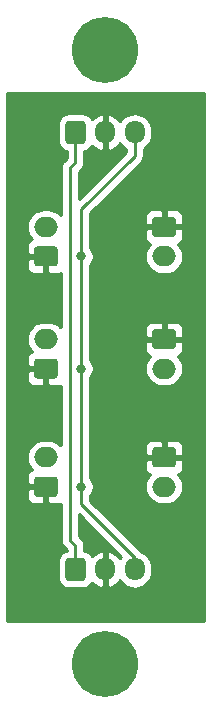
<source format=gbl>
G04 #@! TF.GenerationSoftware,KiCad,Pcbnew,5.1.9+dfsg1-1*
G04 #@! TF.CreationDate,2022-08-24T11:43:39+09:00*
G04 #@! TF.ProjectId,direct-pt1000-stick,64697265-6374-42d7-9074-313030302d73,rev?*
G04 #@! TF.SameCoordinates,Original*
G04 #@! TF.FileFunction,Copper,L2,Bot*
G04 #@! TF.FilePolarity,Positive*
%FSLAX46Y46*%
G04 Gerber Fmt 4.6, Leading zero omitted, Abs format (unit mm)*
G04 Created by KiCad (PCBNEW 5.1.9+dfsg1-1) date 2022-08-24 11:43:39*
%MOMM*%
%LPD*%
G01*
G04 APERTURE LIST*
G04 #@! TA.AperFunction,ComponentPad*
%ADD10O,1.700000X1.950000*%
G04 #@! TD*
G04 #@! TA.AperFunction,ComponentPad*
%ADD11O,2.000000X1.700000*%
G04 #@! TD*
G04 #@! TA.AperFunction,ComponentPad*
%ADD12C,5.600000*%
G04 #@! TD*
G04 #@! TA.AperFunction,ViaPad*
%ADD13C,0.800000*%
G04 #@! TD*
G04 #@! TA.AperFunction,Conductor*
%ADD14C,0.250000*%
G04 #@! TD*
G04 #@! TA.AperFunction,Conductor*
%ADD15C,0.254000*%
G04 #@! TD*
G04 #@! TA.AperFunction,Conductor*
%ADD16C,0.100000*%
G04 #@! TD*
G04 APERTURE END LIST*
G04 #@! TA.AperFunction,ComponentPad*
G36*
G01*
X106650000Y-61725000D02*
X106650000Y-60275000D01*
G75*
G02*
X106900000Y-60025000I250000J0D01*
G01*
X108100000Y-60025000D01*
G75*
G02*
X108350000Y-60275000I0J-250000D01*
G01*
X108350000Y-61725000D01*
G75*
G02*
X108100000Y-61975000I-250000J0D01*
G01*
X106900000Y-61975000D01*
G75*
G02*
X106650000Y-61725000I0J250000D01*
G01*
G37*
G04 #@! TD.AperFunction*
D10*
X110000000Y-61000000D03*
X112500000Y-61000000D03*
X112500000Y-98000000D03*
X110000000Y-98000000D03*
G04 #@! TA.AperFunction,ComponentPad*
G36*
G01*
X106650000Y-98725000D02*
X106650000Y-97275000D01*
G75*
G02*
X106900000Y-97025000I250000J0D01*
G01*
X108100000Y-97025000D01*
G75*
G02*
X108350000Y-97275000I0J-250000D01*
G01*
X108350000Y-98725000D01*
G75*
G02*
X108100000Y-98975000I-250000J0D01*
G01*
X106900000Y-98975000D01*
G75*
G02*
X106650000Y-98725000I0J250000D01*
G01*
G37*
G04 #@! TD.AperFunction*
G04 #@! TA.AperFunction,ComponentPad*
G36*
G01*
X114250000Y-87650000D02*
X115750000Y-87650000D01*
G75*
G02*
X116000000Y-87900000I0J-250000D01*
G01*
X116000000Y-89100000D01*
G75*
G02*
X115750000Y-89350000I-250000J0D01*
G01*
X114250000Y-89350000D01*
G75*
G02*
X114000000Y-89100000I0J250000D01*
G01*
X114000000Y-87900000D01*
G75*
G02*
X114250000Y-87650000I250000J0D01*
G01*
G37*
G04 #@! TD.AperFunction*
D11*
X115000000Y-91000000D03*
X105000000Y-88500000D03*
G04 #@! TA.AperFunction,ComponentPad*
G36*
G01*
X105750000Y-91850000D02*
X104250000Y-91850000D01*
G75*
G02*
X104000000Y-91600000I0J250000D01*
G01*
X104000000Y-90400000D01*
G75*
G02*
X104250000Y-90150000I250000J0D01*
G01*
X105750000Y-90150000D01*
G75*
G02*
X106000000Y-90400000I0J-250000D01*
G01*
X106000000Y-91600000D01*
G75*
G02*
X105750000Y-91850000I-250000J0D01*
G01*
G37*
G04 #@! TD.AperFunction*
G04 #@! TA.AperFunction,ComponentPad*
G36*
G01*
X105750000Y-81850000D02*
X104250000Y-81850000D01*
G75*
G02*
X104000000Y-81600000I0J250000D01*
G01*
X104000000Y-80400000D01*
G75*
G02*
X104250000Y-80150000I250000J0D01*
G01*
X105750000Y-80150000D01*
G75*
G02*
X106000000Y-80400000I0J-250000D01*
G01*
X106000000Y-81600000D01*
G75*
G02*
X105750000Y-81850000I-250000J0D01*
G01*
G37*
G04 #@! TD.AperFunction*
X105000000Y-78500000D03*
X115000000Y-81000000D03*
G04 #@! TA.AperFunction,ComponentPad*
G36*
G01*
X114250000Y-77650000D02*
X115750000Y-77650000D01*
G75*
G02*
X116000000Y-77900000I0J-250000D01*
G01*
X116000000Y-79100000D01*
G75*
G02*
X115750000Y-79350000I-250000J0D01*
G01*
X114250000Y-79350000D01*
G75*
G02*
X114000000Y-79100000I0J250000D01*
G01*
X114000000Y-77900000D01*
G75*
G02*
X114250000Y-77650000I250000J0D01*
G01*
G37*
G04 #@! TD.AperFunction*
G04 #@! TA.AperFunction,ComponentPad*
G36*
G01*
X114250000Y-68150000D02*
X115750000Y-68150000D01*
G75*
G02*
X116000000Y-68400000I0J-250000D01*
G01*
X116000000Y-69600000D01*
G75*
G02*
X115750000Y-69850000I-250000J0D01*
G01*
X114250000Y-69850000D01*
G75*
G02*
X114000000Y-69600000I0J250000D01*
G01*
X114000000Y-68400000D01*
G75*
G02*
X114250000Y-68150000I250000J0D01*
G01*
G37*
G04 #@! TD.AperFunction*
X115000000Y-71500000D03*
X105000000Y-69000000D03*
G04 #@! TA.AperFunction,ComponentPad*
G36*
G01*
X105750000Y-72350000D02*
X104250000Y-72350000D01*
G75*
G02*
X104000000Y-72100000I0J250000D01*
G01*
X104000000Y-70900000D01*
G75*
G02*
X104250000Y-70650000I250000J0D01*
G01*
X105750000Y-70650000D01*
G75*
G02*
X106000000Y-70900000I0J-250000D01*
G01*
X106000000Y-72100000D01*
G75*
G02*
X105750000Y-72350000I-250000J0D01*
G01*
G37*
G04 #@! TD.AperFunction*
D12*
X110000000Y-54000000D03*
X110000000Y-106000000D03*
D13*
X108000000Y-91000000D03*
X108000000Y-81000000D03*
X108000000Y-71500000D03*
D14*
X107500000Y-98000000D02*
X107500000Y-96000000D01*
X107500000Y-96000000D02*
X107000000Y-95500000D01*
X107000000Y-95500000D02*
X107000000Y-64000000D01*
X107500000Y-63500000D02*
X107500000Y-61000000D01*
X107000000Y-64000000D02*
X107500000Y-63500000D01*
X112500000Y-98000000D02*
X112500000Y-97000000D01*
X108000000Y-92500000D02*
X108000000Y-91000000D01*
X112500000Y-97000000D02*
X108000000Y-92500000D01*
X108000000Y-91000000D02*
X108000000Y-81000000D01*
X108000000Y-81000000D02*
X108000000Y-71500000D01*
X108000000Y-71500000D02*
X108000000Y-67500000D01*
X112500000Y-63000000D02*
X112500000Y-61000000D01*
X108000000Y-67500000D02*
X112500000Y-63000000D01*
D15*
X118340001Y-102373000D02*
X101660000Y-102373000D01*
X101660000Y-91850000D01*
X103361928Y-91850000D01*
X103374188Y-91974482D01*
X103410498Y-92094180D01*
X103469463Y-92204494D01*
X103548815Y-92301185D01*
X103645506Y-92380537D01*
X103755820Y-92439502D01*
X103875518Y-92475812D01*
X104000000Y-92488072D01*
X104714250Y-92485000D01*
X104873000Y-92326250D01*
X104873000Y-91127000D01*
X103523750Y-91127000D01*
X103365000Y-91285750D01*
X103361928Y-91850000D01*
X101660000Y-91850000D01*
X101660000Y-81850000D01*
X103361928Y-81850000D01*
X103374188Y-81974482D01*
X103410498Y-82094180D01*
X103469463Y-82204494D01*
X103548815Y-82301185D01*
X103645506Y-82380537D01*
X103755820Y-82439502D01*
X103875518Y-82475812D01*
X104000000Y-82488072D01*
X104714250Y-82485000D01*
X104873000Y-82326250D01*
X104873000Y-81127000D01*
X103523750Y-81127000D01*
X103365000Y-81285750D01*
X103361928Y-81850000D01*
X101660000Y-81850000D01*
X101660000Y-72350000D01*
X103361928Y-72350000D01*
X103374188Y-72474482D01*
X103410498Y-72594180D01*
X103469463Y-72704494D01*
X103548815Y-72801185D01*
X103645506Y-72880537D01*
X103755820Y-72939502D01*
X103875518Y-72975812D01*
X104000000Y-72988072D01*
X104714250Y-72985000D01*
X104873000Y-72826250D01*
X104873000Y-71627000D01*
X103523750Y-71627000D01*
X103365000Y-71785750D01*
X103361928Y-72350000D01*
X101660000Y-72350000D01*
X101660000Y-69000000D01*
X103357815Y-69000000D01*
X103386487Y-69291111D01*
X103471401Y-69571034D01*
X103609294Y-69829014D01*
X103790608Y-70049945D01*
X103755820Y-70060498D01*
X103645506Y-70119463D01*
X103548815Y-70198815D01*
X103469463Y-70295506D01*
X103410498Y-70405820D01*
X103374188Y-70525518D01*
X103361928Y-70650000D01*
X103365000Y-71214250D01*
X103523750Y-71373000D01*
X104873000Y-71373000D01*
X104873000Y-71353000D01*
X105127000Y-71353000D01*
X105127000Y-71373000D01*
X105147000Y-71373000D01*
X105147000Y-71627000D01*
X105127000Y-71627000D01*
X105127000Y-72826250D01*
X105285750Y-72985000D01*
X106000000Y-72988072D01*
X106124482Y-72975812D01*
X106240001Y-72940770D01*
X106240001Y-77487351D01*
X106205134Y-77444866D01*
X105979014Y-77259294D01*
X105721034Y-77121401D01*
X105441111Y-77036487D01*
X105222950Y-77015000D01*
X104777050Y-77015000D01*
X104558889Y-77036487D01*
X104278966Y-77121401D01*
X104020986Y-77259294D01*
X103794866Y-77444866D01*
X103609294Y-77670986D01*
X103471401Y-77928966D01*
X103386487Y-78208889D01*
X103357815Y-78500000D01*
X103386487Y-78791111D01*
X103471401Y-79071034D01*
X103609294Y-79329014D01*
X103790608Y-79549945D01*
X103755820Y-79560498D01*
X103645506Y-79619463D01*
X103548815Y-79698815D01*
X103469463Y-79795506D01*
X103410498Y-79905820D01*
X103374188Y-80025518D01*
X103361928Y-80150000D01*
X103365000Y-80714250D01*
X103523750Y-80873000D01*
X104873000Y-80873000D01*
X104873000Y-80853000D01*
X105127000Y-80853000D01*
X105127000Y-80873000D01*
X105147000Y-80873000D01*
X105147000Y-81127000D01*
X105127000Y-81127000D01*
X105127000Y-82326250D01*
X105285750Y-82485000D01*
X106000000Y-82488072D01*
X106124482Y-82475812D01*
X106240000Y-82440770D01*
X106240000Y-87487351D01*
X106205134Y-87444866D01*
X105979014Y-87259294D01*
X105721034Y-87121401D01*
X105441111Y-87036487D01*
X105222950Y-87015000D01*
X104777050Y-87015000D01*
X104558889Y-87036487D01*
X104278966Y-87121401D01*
X104020986Y-87259294D01*
X103794866Y-87444866D01*
X103609294Y-87670986D01*
X103471401Y-87928966D01*
X103386487Y-88208889D01*
X103357815Y-88500000D01*
X103386487Y-88791111D01*
X103471401Y-89071034D01*
X103609294Y-89329014D01*
X103790608Y-89549945D01*
X103755820Y-89560498D01*
X103645506Y-89619463D01*
X103548815Y-89698815D01*
X103469463Y-89795506D01*
X103410498Y-89905820D01*
X103374188Y-90025518D01*
X103361928Y-90150000D01*
X103365000Y-90714250D01*
X103523750Y-90873000D01*
X104873000Y-90873000D01*
X104873000Y-90853000D01*
X105127000Y-90853000D01*
X105127000Y-90873000D01*
X105147000Y-90873000D01*
X105147000Y-91127000D01*
X105127000Y-91127000D01*
X105127000Y-92326250D01*
X105285750Y-92485000D01*
X106000000Y-92488072D01*
X106124482Y-92475812D01*
X106240000Y-92440770D01*
X106240000Y-95462678D01*
X106236324Y-95500000D01*
X106240000Y-95537322D01*
X106240000Y-95537332D01*
X106250997Y-95648985D01*
X106268824Y-95707753D01*
X106294454Y-95792246D01*
X106365026Y-95924276D01*
X106396533Y-95962667D01*
X106459999Y-96040001D01*
X106489003Y-96063804D01*
X106740001Y-96314802D01*
X106740001Y-96402687D01*
X106726746Y-96403992D01*
X106560150Y-96454528D01*
X106406614Y-96536595D01*
X106272038Y-96647038D01*
X106161595Y-96781614D01*
X106079528Y-96935150D01*
X106028992Y-97101746D01*
X106011928Y-97275000D01*
X106011928Y-98725000D01*
X106028992Y-98898254D01*
X106079528Y-99064850D01*
X106161595Y-99218386D01*
X106272038Y-99352962D01*
X106406614Y-99463405D01*
X106560150Y-99545472D01*
X106726746Y-99596008D01*
X106900000Y-99613072D01*
X108100000Y-99613072D01*
X108273254Y-99596008D01*
X108439850Y-99545472D01*
X108593386Y-99463405D01*
X108727962Y-99352962D01*
X108838405Y-99218386D01*
X108894714Y-99113039D01*
X108910951Y-99134429D01*
X109128807Y-99327496D01*
X109380142Y-99474352D01*
X109643110Y-99566476D01*
X109873000Y-99445155D01*
X109873000Y-98127000D01*
X109853000Y-98127000D01*
X109853000Y-97873000D01*
X109873000Y-97873000D01*
X109873000Y-96554845D01*
X109643110Y-96433524D01*
X109380142Y-96525648D01*
X109128807Y-96672504D01*
X108910951Y-96865571D01*
X108894714Y-96886961D01*
X108838405Y-96781614D01*
X108727962Y-96647038D01*
X108593386Y-96536595D01*
X108439850Y-96454528D01*
X108273254Y-96403992D01*
X108260000Y-96402687D01*
X108260000Y-96037325D01*
X108263676Y-96000000D01*
X108260000Y-95962675D01*
X108260000Y-95962667D01*
X108249003Y-95851014D01*
X108205546Y-95707753D01*
X108134974Y-95575724D01*
X108040001Y-95459999D01*
X108010997Y-95436196D01*
X107760000Y-95185199D01*
X107760000Y-93334801D01*
X111354805Y-96929607D01*
X111259294Y-97045987D01*
X111245538Y-97071722D01*
X111089049Y-96865571D01*
X110871193Y-96672504D01*
X110619858Y-96525648D01*
X110356890Y-96433524D01*
X110127000Y-96554845D01*
X110127000Y-97873000D01*
X110147000Y-97873000D01*
X110147000Y-98127000D01*
X110127000Y-98127000D01*
X110127000Y-99445155D01*
X110356890Y-99566476D01*
X110619858Y-99474352D01*
X110871193Y-99327496D01*
X111089049Y-99134429D01*
X111245538Y-98928278D01*
X111259294Y-98954014D01*
X111444866Y-99180134D01*
X111670987Y-99365706D01*
X111928967Y-99503599D01*
X112208890Y-99588513D01*
X112500000Y-99617185D01*
X112791111Y-99588513D01*
X113071034Y-99503599D01*
X113329014Y-99365706D01*
X113555134Y-99180134D01*
X113740706Y-98954014D01*
X113878599Y-98696033D01*
X113963513Y-98416110D01*
X113985000Y-98197949D01*
X113985000Y-97802050D01*
X113963513Y-97583889D01*
X113878599Y-97303966D01*
X113740706Y-97045986D01*
X113555134Y-96819866D01*
X113329013Y-96634294D01*
X113071033Y-96496401D01*
X113069492Y-96495933D01*
X113063799Y-96488997D01*
X113040001Y-96459999D01*
X113011003Y-96436201D01*
X108760000Y-92185199D01*
X108760000Y-91703711D01*
X108803937Y-91659774D01*
X108917205Y-91490256D01*
X108995226Y-91301898D01*
X109035000Y-91101939D01*
X109035000Y-91000000D01*
X113357815Y-91000000D01*
X113386487Y-91291111D01*
X113471401Y-91571034D01*
X113609294Y-91829014D01*
X113794866Y-92055134D01*
X114020986Y-92240706D01*
X114278966Y-92378599D01*
X114558889Y-92463513D01*
X114777050Y-92485000D01*
X115222950Y-92485000D01*
X115441111Y-92463513D01*
X115721034Y-92378599D01*
X115979014Y-92240706D01*
X116205134Y-92055134D01*
X116390706Y-91829014D01*
X116528599Y-91571034D01*
X116613513Y-91291111D01*
X116642185Y-91000000D01*
X116613513Y-90708889D01*
X116528599Y-90428966D01*
X116390706Y-90170986D01*
X116209392Y-89950055D01*
X116244180Y-89939502D01*
X116354494Y-89880537D01*
X116451185Y-89801185D01*
X116530537Y-89704494D01*
X116589502Y-89594180D01*
X116625812Y-89474482D01*
X116638072Y-89350000D01*
X116635000Y-88785750D01*
X116476250Y-88627000D01*
X115127000Y-88627000D01*
X115127000Y-88647000D01*
X114873000Y-88647000D01*
X114873000Y-88627000D01*
X113523750Y-88627000D01*
X113365000Y-88785750D01*
X113361928Y-89350000D01*
X113374188Y-89474482D01*
X113410498Y-89594180D01*
X113469463Y-89704494D01*
X113548815Y-89801185D01*
X113645506Y-89880537D01*
X113755820Y-89939502D01*
X113790608Y-89950055D01*
X113609294Y-90170986D01*
X113471401Y-90428966D01*
X113386487Y-90708889D01*
X113357815Y-91000000D01*
X109035000Y-91000000D01*
X109035000Y-90898061D01*
X108995226Y-90698102D01*
X108917205Y-90509744D01*
X108803937Y-90340226D01*
X108760000Y-90296289D01*
X108760000Y-87650000D01*
X113361928Y-87650000D01*
X113365000Y-88214250D01*
X113523750Y-88373000D01*
X114873000Y-88373000D01*
X114873000Y-87173750D01*
X115127000Y-87173750D01*
X115127000Y-88373000D01*
X116476250Y-88373000D01*
X116635000Y-88214250D01*
X116638072Y-87650000D01*
X116625812Y-87525518D01*
X116589502Y-87405820D01*
X116530537Y-87295506D01*
X116451185Y-87198815D01*
X116354494Y-87119463D01*
X116244180Y-87060498D01*
X116124482Y-87024188D01*
X116000000Y-87011928D01*
X115285750Y-87015000D01*
X115127000Y-87173750D01*
X114873000Y-87173750D01*
X114714250Y-87015000D01*
X114000000Y-87011928D01*
X113875518Y-87024188D01*
X113755820Y-87060498D01*
X113645506Y-87119463D01*
X113548815Y-87198815D01*
X113469463Y-87295506D01*
X113410498Y-87405820D01*
X113374188Y-87525518D01*
X113361928Y-87650000D01*
X108760000Y-87650000D01*
X108760000Y-81703711D01*
X108803937Y-81659774D01*
X108917205Y-81490256D01*
X108995226Y-81301898D01*
X109035000Y-81101939D01*
X109035000Y-81000000D01*
X113357815Y-81000000D01*
X113386487Y-81291111D01*
X113471401Y-81571034D01*
X113609294Y-81829014D01*
X113794866Y-82055134D01*
X114020986Y-82240706D01*
X114278966Y-82378599D01*
X114558889Y-82463513D01*
X114777050Y-82485000D01*
X115222950Y-82485000D01*
X115441111Y-82463513D01*
X115721034Y-82378599D01*
X115979014Y-82240706D01*
X116205134Y-82055134D01*
X116390706Y-81829014D01*
X116528599Y-81571034D01*
X116613513Y-81291111D01*
X116642185Y-81000000D01*
X116613513Y-80708889D01*
X116528599Y-80428966D01*
X116390706Y-80170986D01*
X116209392Y-79950055D01*
X116244180Y-79939502D01*
X116354494Y-79880537D01*
X116451185Y-79801185D01*
X116530537Y-79704494D01*
X116589502Y-79594180D01*
X116625812Y-79474482D01*
X116638072Y-79350000D01*
X116635000Y-78785750D01*
X116476250Y-78627000D01*
X115127000Y-78627000D01*
X115127000Y-78647000D01*
X114873000Y-78647000D01*
X114873000Y-78627000D01*
X113523750Y-78627000D01*
X113365000Y-78785750D01*
X113361928Y-79350000D01*
X113374188Y-79474482D01*
X113410498Y-79594180D01*
X113469463Y-79704494D01*
X113548815Y-79801185D01*
X113645506Y-79880537D01*
X113755820Y-79939502D01*
X113790608Y-79950055D01*
X113609294Y-80170986D01*
X113471401Y-80428966D01*
X113386487Y-80708889D01*
X113357815Y-81000000D01*
X109035000Y-81000000D01*
X109035000Y-80898061D01*
X108995226Y-80698102D01*
X108917205Y-80509744D01*
X108803937Y-80340226D01*
X108760000Y-80296289D01*
X108760000Y-77650000D01*
X113361928Y-77650000D01*
X113365000Y-78214250D01*
X113523750Y-78373000D01*
X114873000Y-78373000D01*
X114873000Y-77173750D01*
X115127000Y-77173750D01*
X115127000Y-78373000D01*
X116476250Y-78373000D01*
X116635000Y-78214250D01*
X116638072Y-77650000D01*
X116625812Y-77525518D01*
X116589502Y-77405820D01*
X116530537Y-77295506D01*
X116451185Y-77198815D01*
X116354494Y-77119463D01*
X116244180Y-77060498D01*
X116124482Y-77024188D01*
X116000000Y-77011928D01*
X115285750Y-77015000D01*
X115127000Y-77173750D01*
X114873000Y-77173750D01*
X114714250Y-77015000D01*
X114000000Y-77011928D01*
X113875518Y-77024188D01*
X113755820Y-77060498D01*
X113645506Y-77119463D01*
X113548815Y-77198815D01*
X113469463Y-77295506D01*
X113410498Y-77405820D01*
X113374188Y-77525518D01*
X113361928Y-77650000D01*
X108760000Y-77650000D01*
X108760000Y-72203711D01*
X108803937Y-72159774D01*
X108917205Y-71990256D01*
X108995226Y-71801898D01*
X109035000Y-71601939D01*
X109035000Y-71500000D01*
X113357815Y-71500000D01*
X113386487Y-71791111D01*
X113471401Y-72071034D01*
X113609294Y-72329014D01*
X113794866Y-72555134D01*
X114020986Y-72740706D01*
X114278966Y-72878599D01*
X114558889Y-72963513D01*
X114777050Y-72985000D01*
X115222950Y-72985000D01*
X115441111Y-72963513D01*
X115721034Y-72878599D01*
X115979014Y-72740706D01*
X116205134Y-72555134D01*
X116390706Y-72329014D01*
X116528599Y-72071034D01*
X116613513Y-71791111D01*
X116642185Y-71500000D01*
X116613513Y-71208889D01*
X116528599Y-70928966D01*
X116390706Y-70670986D01*
X116209392Y-70450055D01*
X116244180Y-70439502D01*
X116354494Y-70380537D01*
X116451185Y-70301185D01*
X116530537Y-70204494D01*
X116589502Y-70094180D01*
X116625812Y-69974482D01*
X116638072Y-69850000D01*
X116635000Y-69285750D01*
X116476250Y-69127000D01*
X115127000Y-69127000D01*
X115127000Y-69147000D01*
X114873000Y-69147000D01*
X114873000Y-69127000D01*
X113523750Y-69127000D01*
X113365000Y-69285750D01*
X113361928Y-69850000D01*
X113374188Y-69974482D01*
X113410498Y-70094180D01*
X113469463Y-70204494D01*
X113548815Y-70301185D01*
X113645506Y-70380537D01*
X113755820Y-70439502D01*
X113790608Y-70450055D01*
X113609294Y-70670986D01*
X113471401Y-70928966D01*
X113386487Y-71208889D01*
X113357815Y-71500000D01*
X109035000Y-71500000D01*
X109035000Y-71398061D01*
X108995226Y-71198102D01*
X108917205Y-71009744D01*
X108803937Y-70840226D01*
X108760000Y-70796289D01*
X108760000Y-68150000D01*
X113361928Y-68150000D01*
X113365000Y-68714250D01*
X113523750Y-68873000D01*
X114873000Y-68873000D01*
X114873000Y-67673750D01*
X115127000Y-67673750D01*
X115127000Y-68873000D01*
X116476250Y-68873000D01*
X116635000Y-68714250D01*
X116638072Y-68150000D01*
X116625812Y-68025518D01*
X116589502Y-67905820D01*
X116530537Y-67795506D01*
X116451185Y-67698815D01*
X116354494Y-67619463D01*
X116244180Y-67560498D01*
X116124482Y-67524188D01*
X116000000Y-67511928D01*
X115285750Y-67515000D01*
X115127000Y-67673750D01*
X114873000Y-67673750D01*
X114714250Y-67515000D01*
X114000000Y-67511928D01*
X113875518Y-67524188D01*
X113755820Y-67560498D01*
X113645506Y-67619463D01*
X113548815Y-67698815D01*
X113469463Y-67795506D01*
X113410498Y-67905820D01*
X113374188Y-68025518D01*
X113361928Y-68150000D01*
X108760000Y-68150000D01*
X108760000Y-67814801D01*
X113011004Y-63563798D01*
X113040001Y-63540001D01*
X113105657Y-63459999D01*
X113134974Y-63424277D01*
X113205546Y-63292247D01*
X113231176Y-63207754D01*
X113249003Y-63148986D01*
X113260000Y-63037333D01*
X113260000Y-63037324D01*
X113263676Y-63000001D01*
X113260000Y-62962678D01*
X113260000Y-62402595D01*
X113329014Y-62365706D01*
X113555134Y-62180134D01*
X113740706Y-61954014D01*
X113878599Y-61696033D01*
X113963513Y-61416110D01*
X113985000Y-61197949D01*
X113985000Y-60802050D01*
X113963513Y-60583889D01*
X113878599Y-60303966D01*
X113740706Y-60045986D01*
X113555134Y-59819866D01*
X113329013Y-59634294D01*
X113071033Y-59496401D01*
X112791110Y-59411487D01*
X112500000Y-59382815D01*
X112208889Y-59411487D01*
X111928966Y-59496401D01*
X111670986Y-59634294D01*
X111444866Y-59819866D01*
X111259294Y-60045987D01*
X111245538Y-60071722D01*
X111089049Y-59865571D01*
X110871193Y-59672504D01*
X110619858Y-59525648D01*
X110356890Y-59433524D01*
X110127000Y-59554845D01*
X110127000Y-60873000D01*
X110147000Y-60873000D01*
X110147000Y-61127000D01*
X110127000Y-61127000D01*
X110127000Y-62445155D01*
X110356890Y-62566476D01*
X110619858Y-62474352D01*
X110871193Y-62327496D01*
X111089049Y-62134429D01*
X111245538Y-61928278D01*
X111259294Y-61954014D01*
X111444866Y-62180134D01*
X111670987Y-62365706D01*
X111740000Y-62402594D01*
X111740000Y-62685198D01*
X107760000Y-66665199D01*
X107760000Y-64314801D01*
X108010998Y-64063803D01*
X108040001Y-64040001D01*
X108134974Y-63924276D01*
X108205546Y-63792247D01*
X108249003Y-63648986D01*
X108260000Y-63537333D01*
X108260000Y-63537325D01*
X108263676Y-63500000D01*
X108260000Y-63462675D01*
X108260000Y-62597313D01*
X108273254Y-62596008D01*
X108439850Y-62545472D01*
X108593386Y-62463405D01*
X108727962Y-62352962D01*
X108838405Y-62218386D01*
X108894714Y-62113039D01*
X108910951Y-62134429D01*
X109128807Y-62327496D01*
X109380142Y-62474352D01*
X109643110Y-62566476D01*
X109873000Y-62445155D01*
X109873000Y-61127000D01*
X109853000Y-61127000D01*
X109853000Y-60873000D01*
X109873000Y-60873000D01*
X109873000Y-59554845D01*
X109643110Y-59433524D01*
X109380142Y-59525648D01*
X109128807Y-59672504D01*
X108910951Y-59865571D01*
X108894714Y-59886961D01*
X108838405Y-59781614D01*
X108727962Y-59647038D01*
X108593386Y-59536595D01*
X108439850Y-59454528D01*
X108273254Y-59403992D01*
X108100000Y-59386928D01*
X106900000Y-59386928D01*
X106726746Y-59403992D01*
X106560150Y-59454528D01*
X106406614Y-59536595D01*
X106272038Y-59647038D01*
X106161595Y-59781614D01*
X106079528Y-59935150D01*
X106028992Y-60101746D01*
X106011928Y-60275000D01*
X106011928Y-61725000D01*
X106028992Y-61898254D01*
X106079528Y-62064850D01*
X106161595Y-62218386D01*
X106272038Y-62352962D01*
X106406614Y-62463405D01*
X106560150Y-62545472D01*
X106726746Y-62596008D01*
X106740000Y-62597313D01*
X106740000Y-63185199D01*
X106488998Y-63436201D01*
X106460000Y-63459999D01*
X106436202Y-63488997D01*
X106436201Y-63488998D01*
X106365026Y-63575724D01*
X106294454Y-63707754D01*
X106250998Y-63851015D01*
X106236324Y-64000000D01*
X106240001Y-64037333D01*
X106240001Y-67987351D01*
X106205134Y-67944866D01*
X105979014Y-67759294D01*
X105721034Y-67621401D01*
X105441111Y-67536487D01*
X105222950Y-67515000D01*
X104777050Y-67515000D01*
X104558889Y-67536487D01*
X104278966Y-67621401D01*
X104020986Y-67759294D01*
X103794866Y-67944866D01*
X103609294Y-68170986D01*
X103471401Y-68428966D01*
X103386487Y-68708889D01*
X103357815Y-69000000D01*
X101660000Y-69000000D01*
X101660000Y-57627000D01*
X118340000Y-57627000D01*
X118340001Y-102373000D01*
G04 #@! TA.AperFunction,Conductor*
D16*
G36*
X118340001Y-102373000D02*
G01*
X101660000Y-102373000D01*
X101660000Y-91850000D01*
X103361928Y-91850000D01*
X103374188Y-91974482D01*
X103410498Y-92094180D01*
X103469463Y-92204494D01*
X103548815Y-92301185D01*
X103645506Y-92380537D01*
X103755820Y-92439502D01*
X103875518Y-92475812D01*
X104000000Y-92488072D01*
X104714250Y-92485000D01*
X104873000Y-92326250D01*
X104873000Y-91127000D01*
X103523750Y-91127000D01*
X103365000Y-91285750D01*
X103361928Y-91850000D01*
X101660000Y-91850000D01*
X101660000Y-81850000D01*
X103361928Y-81850000D01*
X103374188Y-81974482D01*
X103410498Y-82094180D01*
X103469463Y-82204494D01*
X103548815Y-82301185D01*
X103645506Y-82380537D01*
X103755820Y-82439502D01*
X103875518Y-82475812D01*
X104000000Y-82488072D01*
X104714250Y-82485000D01*
X104873000Y-82326250D01*
X104873000Y-81127000D01*
X103523750Y-81127000D01*
X103365000Y-81285750D01*
X103361928Y-81850000D01*
X101660000Y-81850000D01*
X101660000Y-72350000D01*
X103361928Y-72350000D01*
X103374188Y-72474482D01*
X103410498Y-72594180D01*
X103469463Y-72704494D01*
X103548815Y-72801185D01*
X103645506Y-72880537D01*
X103755820Y-72939502D01*
X103875518Y-72975812D01*
X104000000Y-72988072D01*
X104714250Y-72985000D01*
X104873000Y-72826250D01*
X104873000Y-71627000D01*
X103523750Y-71627000D01*
X103365000Y-71785750D01*
X103361928Y-72350000D01*
X101660000Y-72350000D01*
X101660000Y-69000000D01*
X103357815Y-69000000D01*
X103386487Y-69291111D01*
X103471401Y-69571034D01*
X103609294Y-69829014D01*
X103790608Y-70049945D01*
X103755820Y-70060498D01*
X103645506Y-70119463D01*
X103548815Y-70198815D01*
X103469463Y-70295506D01*
X103410498Y-70405820D01*
X103374188Y-70525518D01*
X103361928Y-70650000D01*
X103365000Y-71214250D01*
X103523750Y-71373000D01*
X104873000Y-71373000D01*
X104873000Y-71353000D01*
X105127000Y-71353000D01*
X105127000Y-71373000D01*
X105147000Y-71373000D01*
X105147000Y-71627000D01*
X105127000Y-71627000D01*
X105127000Y-72826250D01*
X105285750Y-72985000D01*
X106000000Y-72988072D01*
X106124482Y-72975812D01*
X106240001Y-72940770D01*
X106240001Y-77487351D01*
X106205134Y-77444866D01*
X105979014Y-77259294D01*
X105721034Y-77121401D01*
X105441111Y-77036487D01*
X105222950Y-77015000D01*
X104777050Y-77015000D01*
X104558889Y-77036487D01*
X104278966Y-77121401D01*
X104020986Y-77259294D01*
X103794866Y-77444866D01*
X103609294Y-77670986D01*
X103471401Y-77928966D01*
X103386487Y-78208889D01*
X103357815Y-78500000D01*
X103386487Y-78791111D01*
X103471401Y-79071034D01*
X103609294Y-79329014D01*
X103790608Y-79549945D01*
X103755820Y-79560498D01*
X103645506Y-79619463D01*
X103548815Y-79698815D01*
X103469463Y-79795506D01*
X103410498Y-79905820D01*
X103374188Y-80025518D01*
X103361928Y-80150000D01*
X103365000Y-80714250D01*
X103523750Y-80873000D01*
X104873000Y-80873000D01*
X104873000Y-80853000D01*
X105127000Y-80853000D01*
X105127000Y-80873000D01*
X105147000Y-80873000D01*
X105147000Y-81127000D01*
X105127000Y-81127000D01*
X105127000Y-82326250D01*
X105285750Y-82485000D01*
X106000000Y-82488072D01*
X106124482Y-82475812D01*
X106240000Y-82440770D01*
X106240000Y-87487351D01*
X106205134Y-87444866D01*
X105979014Y-87259294D01*
X105721034Y-87121401D01*
X105441111Y-87036487D01*
X105222950Y-87015000D01*
X104777050Y-87015000D01*
X104558889Y-87036487D01*
X104278966Y-87121401D01*
X104020986Y-87259294D01*
X103794866Y-87444866D01*
X103609294Y-87670986D01*
X103471401Y-87928966D01*
X103386487Y-88208889D01*
X103357815Y-88500000D01*
X103386487Y-88791111D01*
X103471401Y-89071034D01*
X103609294Y-89329014D01*
X103790608Y-89549945D01*
X103755820Y-89560498D01*
X103645506Y-89619463D01*
X103548815Y-89698815D01*
X103469463Y-89795506D01*
X103410498Y-89905820D01*
X103374188Y-90025518D01*
X103361928Y-90150000D01*
X103365000Y-90714250D01*
X103523750Y-90873000D01*
X104873000Y-90873000D01*
X104873000Y-90853000D01*
X105127000Y-90853000D01*
X105127000Y-90873000D01*
X105147000Y-90873000D01*
X105147000Y-91127000D01*
X105127000Y-91127000D01*
X105127000Y-92326250D01*
X105285750Y-92485000D01*
X106000000Y-92488072D01*
X106124482Y-92475812D01*
X106240000Y-92440770D01*
X106240000Y-95462678D01*
X106236324Y-95500000D01*
X106240000Y-95537322D01*
X106240000Y-95537332D01*
X106250997Y-95648985D01*
X106268824Y-95707753D01*
X106294454Y-95792246D01*
X106365026Y-95924276D01*
X106396533Y-95962667D01*
X106459999Y-96040001D01*
X106489003Y-96063804D01*
X106740001Y-96314802D01*
X106740001Y-96402687D01*
X106726746Y-96403992D01*
X106560150Y-96454528D01*
X106406614Y-96536595D01*
X106272038Y-96647038D01*
X106161595Y-96781614D01*
X106079528Y-96935150D01*
X106028992Y-97101746D01*
X106011928Y-97275000D01*
X106011928Y-98725000D01*
X106028992Y-98898254D01*
X106079528Y-99064850D01*
X106161595Y-99218386D01*
X106272038Y-99352962D01*
X106406614Y-99463405D01*
X106560150Y-99545472D01*
X106726746Y-99596008D01*
X106900000Y-99613072D01*
X108100000Y-99613072D01*
X108273254Y-99596008D01*
X108439850Y-99545472D01*
X108593386Y-99463405D01*
X108727962Y-99352962D01*
X108838405Y-99218386D01*
X108894714Y-99113039D01*
X108910951Y-99134429D01*
X109128807Y-99327496D01*
X109380142Y-99474352D01*
X109643110Y-99566476D01*
X109873000Y-99445155D01*
X109873000Y-98127000D01*
X109853000Y-98127000D01*
X109853000Y-97873000D01*
X109873000Y-97873000D01*
X109873000Y-96554845D01*
X109643110Y-96433524D01*
X109380142Y-96525648D01*
X109128807Y-96672504D01*
X108910951Y-96865571D01*
X108894714Y-96886961D01*
X108838405Y-96781614D01*
X108727962Y-96647038D01*
X108593386Y-96536595D01*
X108439850Y-96454528D01*
X108273254Y-96403992D01*
X108260000Y-96402687D01*
X108260000Y-96037325D01*
X108263676Y-96000000D01*
X108260000Y-95962675D01*
X108260000Y-95962667D01*
X108249003Y-95851014D01*
X108205546Y-95707753D01*
X108134974Y-95575724D01*
X108040001Y-95459999D01*
X108010997Y-95436196D01*
X107760000Y-95185199D01*
X107760000Y-93334801D01*
X111354805Y-96929607D01*
X111259294Y-97045987D01*
X111245538Y-97071722D01*
X111089049Y-96865571D01*
X110871193Y-96672504D01*
X110619858Y-96525648D01*
X110356890Y-96433524D01*
X110127000Y-96554845D01*
X110127000Y-97873000D01*
X110147000Y-97873000D01*
X110147000Y-98127000D01*
X110127000Y-98127000D01*
X110127000Y-99445155D01*
X110356890Y-99566476D01*
X110619858Y-99474352D01*
X110871193Y-99327496D01*
X111089049Y-99134429D01*
X111245538Y-98928278D01*
X111259294Y-98954014D01*
X111444866Y-99180134D01*
X111670987Y-99365706D01*
X111928967Y-99503599D01*
X112208890Y-99588513D01*
X112500000Y-99617185D01*
X112791111Y-99588513D01*
X113071034Y-99503599D01*
X113329014Y-99365706D01*
X113555134Y-99180134D01*
X113740706Y-98954014D01*
X113878599Y-98696033D01*
X113963513Y-98416110D01*
X113985000Y-98197949D01*
X113985000Y-97802050D01*
X113963513Y-97583889D01*
X113878599Y-97303966D01*
X113740706Y-97045986D01*
X113555134Y-96819866D01*
X113329013Y-96634294D01*
X113071033Y-96496401D01*
X113069492Y-96495933D01*
X113063799Y-96488997D01*
X113040001Y-96459999D01*
X113011003Y-96436201D01*
X108760000Y-92185199D01*
X108760000Y-91703711D01*
X108803937Y-91659774D01*
X108917205Y-91490256D01*
X108995226Y-91301898D01*
X109035000Y-91101939D01*
X109035000Y-91000000D01*
X113357815Y-91000000D01*
X113386487Y-91291111D01*
X113471401Y-91571034D01*
X113609294Y-91829014D01*
X113794866Y-92055134D01*
X114020986Y-92240706D01*
X114278966Y-92378599D01*
X114558889Y-92463513D01*
X114777050Y-92485000D01*
X115222950Y-92485000D01*
X115441111Y-92463513D01*
X115721034Y-92378599D01*
X115979014Y-92240706D01*
X116205134Y-92055134D01*
X116390706Y-91829014D01*
X116528599Y-91571034D01*
X116613513Y-91291111D01*
X116642185Y-91000000D01*
X116613513Y-90708889D01*
X116528599Y-90428966D01*
X116390706Y-90170986D01*
X116209392Y-89950055D01*
X116244180Y-89939502D01*
X116354494Y-89880537D01*
X116451185Y-89801185D01*
X116530537Y-89704494D01*
X116589502Y-89594180D01*
X116625812Y-89474482D01*
X116638072Y-89350000D01*
X116635000Y-88785750D01*
X116476250Y-88627000D01*
X115127000Y-88627000D01*
X115127000Y-88647000D01*
X114873000Y-88647000D01*
X114873000Y-88627000D01*
X113523750Y-88627000D01*
X113365000Y-88785750D01*
X113361928Y-89350000D01*
X113374188Y-89474482D01*
X113410498Y-89594180D01*
X113469463Y-89704494D01*
X113548815Y-89801185D01*
X113645506Y-89880537D01*
X113755820Y-89939502D01*
X113790608Y-89950055D01*
X113609294Y-90170986D01*
X113471401Y-90428966D01*
X113386487Y-90708889D01*
X113357815Y-91000000D01*
X109035000Y-91000000D01*
X109035000Y-90898061D01*
X108995226Y-90698102D01*
X108917205Y-90509744D01*
X108803937Y-90340226D01*
X108760000Y-90296289D01*
X108760000Y-87650000D01*
X113361928Y-87650000D01*
X113365000Y-88214250D01*
X113523750Y-88373000D01*
X114873000Y-88373000D01*
X114873000Y-87173750D01*
X115127000Y-87173750D01*
X115127000Y-88373000D01*
X116476250Y-88373000D01*
X116635000Y-88214250D01*
X116638072Y-87650000D01*
X116625812Y-87525518D01*
X116589502Y-87405820D01*
X116530537Y-87295506D01*
X116451185Y-87198815D01*
X116354494Y-87119463D01*
X116244180Y-87060498D01*
X116124482Y-87024188D01*
X116000000Y-87011928D01*
X115285750Y-87015000D01*
X115127000Y-87173750D01*
X114873000Y-87173750D01*
X114714250Y-87015000D01*
X114000000Y-87011928D01*
X113875518Y-87024188D01*
X113755820Y-87060498D01*
X113645506Y-87119463D01*
X113548815Y-87198815D01*
X113469463Y-87295506D01*
X113410498Y-87405820D01*
X113374188Y-87525518D01*
X113361928Y-87650000D01*
X108760000Y-87650000D01*
X108760000Y-81703711D01*
X108803937Y-81659774D01*
X108917205Y-81490256D01*
X108995226Y-81301898D01*
X109035000Y-81101939D01*
X109035000Y-81000000D01*
X113357815Y-81000000D01*
X113386487Y-81291111D01*
X113471401Y-81571034D01*
X113609294Y-81829014D01*
X113794866Y-82055134D01*
X114020986Y-82240706D01*
X114278966Y-82378599D01*
X114558889Y-82463513D01*
X114777050Y-82485000D01*
X115222950Y-82485000D01*
X115441111Y-82463513D01*
X115721034Y-82378599D01*
X115979014Y-82240706D01*
X116205134Y-82055134D01*
X116390706Y-81829014D01*
X116528599Y-81571034D01*
X116613513Y-81291111D01*
X116642185Y-81000000D01*
X116613513Y-80708889D01*
X116528599Y-80428966D01*
X116390706Y-80170986D01*
X116209392Y-79950055D01*
X116244180Y-79939502D01*
X116354494Y-79880537D01*
X116451185Y-79801185D01*
X116530537Y-79704494D01*
X116589502Y-79594180D01*
X116625812Y-79474482D01*
X116638072Y-79350000D01*
X116635000Y-78785750D01*
X116476250Y-78627000D01*
X115127000Y-78627000D01*
X115127000Y-78647000D01*
X114873000Y-78647000D01*
X114873000Y-78627000D01*
X113523750Y-78627000D01*
X113365000Y-78785750D01*
X113361928Y-79350000D01*
X113374188Y-79474482D01*
X113410498Y-79594180D01*
X113469463Y-79704494D01*
X113548815Y-79801185D01*
X113645506Y-79880537D01*
X113755820Y-79939502D01*
X113790608Y-79950055D01*
X113609294Y-80170986D01*
X113471401Y-80428966D01*
X113386487Y-80708889D01*
X113357815Y-81000000D01*
X109035000Y-81000000D01*
X109035000Y-80898061D01*
X108995226Y-80698102D01*
X108917205Y-80509744D01*
X108803937Y-80340226D01*
X108760000Y-80296289D01*
X108760000Y-77650000D01*
X113361928Y-77650000D01*
X113365000Y-78214250D01*
X113523750Y-78373000D01*
X114873000Y-78373000D01*
X114873000Y-77173750D01*
X115127000Y-77173750D01*
X115127000Y-78373000D01*
X116476250Y-78373000D01*
X116635000Y-78214250D01*
X116638072Y-77650000D01*
X116625812Y-77525518D01*
X116589502Y-77405820D01*
X116530537Y-77295506D01*
X116451185Y-77198815D01*
X116354494Y-77119463D01*
X116244180Y-77060498D01*
X116124482Y-77024188D01*
X116000000Y-77011928D01*
X115285750Y-77015000D01*
X115127000Y-77173750D01*
X114873000Y-77173750D01*
X114714250Y-77015000D01*
X114000000Y-77011928D01*
X113875518Y-77024188D01*
X113755820Y-77060498D01*
X113645506Y-77119463D01*
X113548815Y-77198815D01*
X113469463Y-77295506D01*
X113410498Y-77405820D01*
X113374188Y-77525518D01*
X113361928Y-77650000D01*
X108760000Y-77650000D01*
X108760000Y-72203711D01*
X108803937Y-72159774D01*
X108917205Y-71990256D01*
X108995226Y-71801898D01*
X109035000Y-71601939D01*
X109035000Y-71500000D01*
X113357815Y-71500000D01*
X113386487Y-71791111D01*
X113471401Y-72071034D01*
X113609294Y-72329014D01*
X113794866Y-72555134D01*
X114020986Y-72740706D01*
X114278966Y-72878599D01*
X114558889Y-72963513D01*
X114777050Y-72985000D01*
X115222950Y-72985000D01*
X115441111Y-72963513D01*
X115721034Y-72878599D01*
X115979014Y-72740706D01*
X116205134Y-72555134D01*
X116390706Y-72329014D01*
X116528599Y-72071034D01*
X116613513Y-71791111D01*
X116642185Y-71500000D01*
X116613513Y-71208889D01*
X116528599Y-70928966D01*
X116390706Y-70670986D01*
X116209392Y-70450055D01*
X116244180Y-70439502D01*
X116354494Y-70380537D01*
X116451185Y-70301185D01*
X116530537Y-70204494D01*
X116589502Y-70094180D01*
X116625812Y-69974482D01*
X116638072Y-69850000D01*
X116635000Y-69285750D01*
X116476250Y-69127000D01*
X115127000Y-69127000D01*
X115127000Y-69147000D01*
X114873000Y-69147000D01*
X114873000Y-69127000D01*
X113523750Y-69127000D01*
X113365000Y-69285750D01*
X113361928Y-69850000D01*
X113374188Y-69974482D01*
X113410498Y-70094180D01*
X113469463Y-70204494D01*
X113548815Y-70301185D01*
X113645506Y-70380537D01*
X113755820Y-70439502D01*
X113790608Y-70450055D01*
X113609294Y-70670986D01*
X113471401Y-70928966D01*
X113386487Y-71208889D01*
X113357815Y-71500000D01*
X109035000Y-71500000D01*
X109035000Y-71398061D01*
X108995226Y-71198102D01*
X108917205Y-71009744D01*
X108803937Y-70840226D01*
X108760000Y-70796289D01*
X108760000Y-68150000D01*
X113361928Y-68150000D01*
X113365000Y-68714250D01*
X113523750Y-68873000D01*
X114873000Y-68873000D01*
X114873000Y-67673750D01*
X115127000Y-67673750D01*
X115127000Y-68873000D01*
X116476250Y-68873000D01*
X116635000Y-68714250D01*
X116638072Y-68150000D01*
X116625812Y-68025518D01*
X116589502Y-67905820D01*
X116530537Y-67795506D01*
X116451185Y-67698815D01*
X116354494Y-67619463D01*
X116244180Y-67560498D01*
X116124482Y-67524188D01*
X116000000Y-67511928D01*
X115285750Y-67515000D01*
X115127000Y-67673750D01*
X114873000Y-67673750D01*
X114714250Y-67515000D01*
X114000000Y-67511928D01*
X113875518Y-67524188D01*
X113755820Y-67560498D01*
X113645506Y-67619463D01*
X113548815Y-67698815D01*
X113469463Y-67795506D01*
X113410498Y-67905820D01*
X113374188Y-68025518D01*
X113361928Y-68150000D01*
X108760000Y-68150000D01*
X108760000Y-67814801D01*
X113011004Y-63563798D01*
X113040001Y-63540001D01*
X113105657Y-63459999D01*
X113134974Y-63424277D01*
X113205546Y-63292247D01*
X113231176Y-63207754D01*
X113249003Y-63148986D01*
X113260000Y-63037333D01*
X113260000Y-63037324D01*
X113263676Y-63000001D01*
X113260000Y-62962678D01*
X113260000Y-62402595D01*
X113329014Y-62365706D01*
X113555134Y-62180134D01*
X113740706Y-61954014D01*
X113878599Y-61696033D01*
X113963513Y-61416110D01*
X113985000Y-61197949D01*
X113985000Y-60802050D01*
X113963513Y-60583889D01*
X113878599Y-60303966D01*
X113740706Y-60045986D01*
X113555134Y-59819866D01*
X113329013Y-59634294D01*
X113071033Y-59496401D01*
X112791110Y-59411487D01*
X112500000Y-59382815D01*
X112208889Y-59411487D01*
X111928966Y-59496401D01*
X111670986Y-59634294D01*
X111444866Y-59819866D01*
X111259294Y-60045987D01*
X111245538Y-60071722D01*
X111089049Y-59865571D01*
X110871193Y-59672504D01*
X110619858Y-59525648D01*
X110356890Y-59433524D01*
X110127000Y-59554845D01*
X110127000Y-60873000D01*
X110147000Y-60873000D01*
X110147000Y-61127000D01*
X110127000Y-61127000D01*
X110127000Y-62445155D01*
X110356890Y-62566476D01*
X110619858Y-62474352D01*
X110871193Y-62327496D01*
X111089049Y-62134429D01*
X111245538Y-61928278D01*
X111259294Y-61954014D01*
X111444866Y-62180134D01*
X111670987Y-62365706D01*
X111740000Y-62402594D01*
X111740000Y-62685198D01*
X107760000Y-66665199D01*
X107760000Y-64314801D01*
X108010998Y-64063803D01*
X108040001Y-64040001D01*
X108134974Y-63924276D01*
X108205546Y-63792247D01*
X108249003Y-63648986D01*
X108260000Y-63537333D01*
X108260000Y-63537325D01*
X108263676Y-63500000D01*
X108260000Y-63462675D01*
X108260000Y-62597313D01*
X108273254Y-62596008D01*
X108439850Y-62545472D01*
X108593386Y-62463405D01*
X108727962Y-62352962D01*
X108838405Y-62218386D01*
X108894714Y-62113039D01*
X108910951Y-62134429D01*
X109128807Y-62327496D01*
X109380142Y-62474352D01*
X109643110Y-62566476D01*
X109873000Y-62445155D01*
X109873000Y-61127000D01*
X109853000Y-61127000D01*
X109853000Y-60873000D01*
X109873000Y-60873000D01*
X109873000Y-59554845D01*
X109643110Y-59433524D01*
X109380142Y-59525648D01*
X109128807Y-59672504D01*
X108910951Y-59865571D01*
X108894714Y-59886961D01*
X108838405Y-59781614D01*
X108727962Y-59647038D01*
X108593386Y-59536595D01*
X108439850Y-59454528D01*
X108273254Y-59403992D01*
X108100000Y-59386928D01*
X106900000Y-59386928D01*
X106726746Y-59403992D01*
X106560150Y-59454528D01*
X106406614Y-59536595D01*
X106272038Y-59647038D01*
X106161595Y-59781614D01*
X106079528Y-59935150D01*
X106028992Y-60101746D01*
X106011928Y-60275000D01*
X106011928Y-61725000D01*
X106028992Y-61898254D01*
X106079528Y-62064850D01*
X106161595Y-62218386D01*
X106272038Y-62352962D01*
X106406614Y-62463405D01*
X106560150Y-62545472D01*
X106726746Y-62596008D01*
X106740000Y-62597313D01*
X106740000Y-63185199D01*
X106488998Y-63436201D01*
X106460000Y-63459999D01*
X106436202Y-63488997D01*
X106436201Y-63488998D01*
X106365026Y-63575724D01*
X106294454Y-63707754D01*
X106250998Y-63851015D01*
X106236324Y-64000000D01*
X106240001Y-64037333D01*
X106240001Y-67987351D01*
X106205134Y-67944866D01*
X105979014Y-67759294D01*
X105721034Y-67621401D01*
X105441111Y-67536487D01*
X105222950Y-67515000D01*
X104777050Y-67515000D01*
X104558889Y-67536487D01*
X104278966Y-67621401D01*
X104020986Y-67759294D01*
X103794866Y-67944866D01*
X103609294Y-68170986D01*
X103471401Y-68428966D01*
X103386487Y-68708889D01*
X103357815Y-69000000D01*
X101660000Y-69000000D01*
X101660000Y-57627000D01*
X118340000Y-57627000D01*
X118340001Y-102373000D01*
G37*
G04 #@! TD.AperFunction*
M02*

</source>
